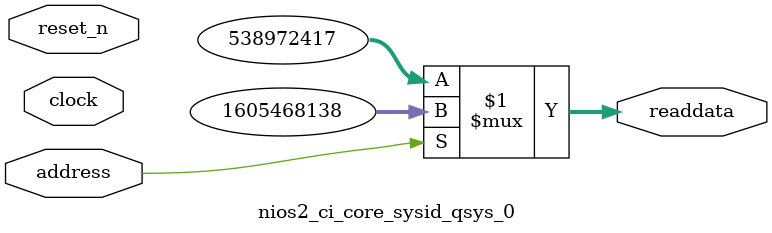
<source format=v>



// synthesis translate_off
`timescale 1ns / 1ps
// synthesis translate_on

// turn off superfluous verilog processor warnings 
// altera message_level Level1 
// altera message_off 10034 10035 10036 10037 10230 10240 10030 

module nios2_ci_core_sysid_qsys_0 (
               // inputs:
                address,
                clock,
                reset_n,

               // outputs:
                readdata
             )
;

  output  [ 31: 0] readdata;
  input            address;
  input            clock;
  input            reset_n;

  wire    [ 31: 0] readdata;
  //control_slave, which is an e_avalon_slave
  assign readdata = address ? 1605468138 : 538972417;

endmodule



</source>
